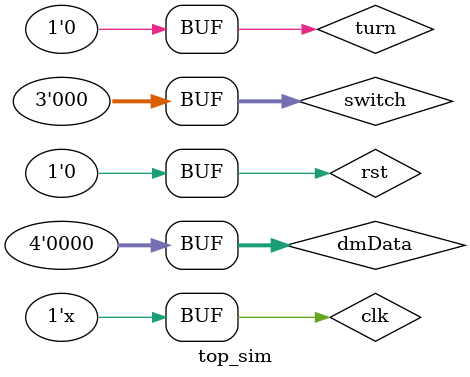
<source format=v>
`timescale 1ns / 1ps


module top_sim( );
reg clk;    //Ê±ÖÓÆµÂÊ
reg rst;     // ÇåÁãÐÅºÅ
reg [2:0] switch; //Ñ¡ÔñÏÔÊ¾µÄÊä³ö
reg [3:0] dmData;
reg turn;  //ÇÐ»»ÆµÂÊ
wire [7:0] SEG,AN;  //ÊýÂë¹Ü
wire  s1,s2,s3,s4,s5,s6 ; //ÏÔÊ¾µÆ

initial begin
    dmData = 0;
  switch=3'b000;
  clk=0;
  rst=0;
  turn=0;
end
always begin 
  #1 clk = ~clk;
end
  top_file top_sim(clk,rst,dmData,switch,turn,SEG,AN,s1,s2,s3,s4,s5,s6); 
  
endmodule

</source>
